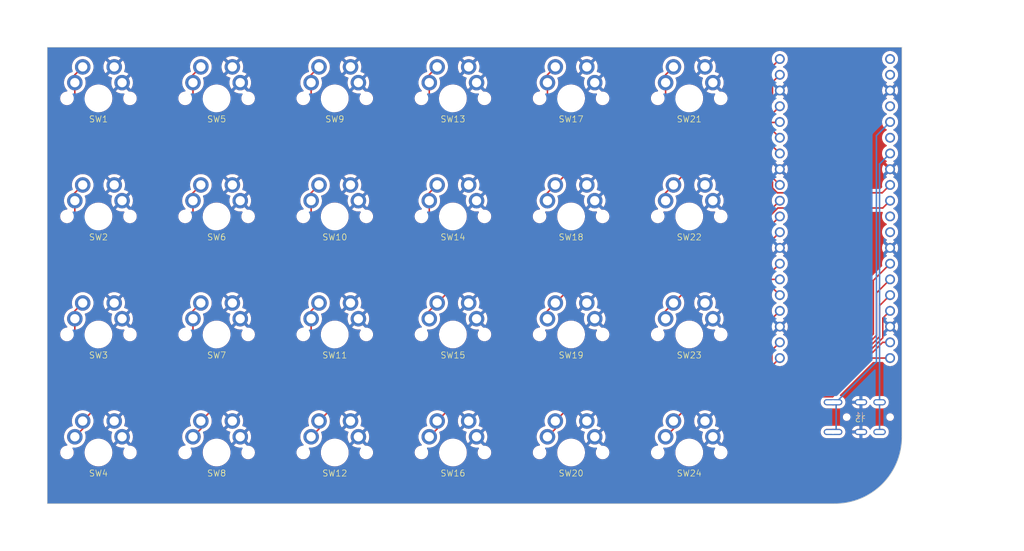
<source format=kicad_pcb>
(kicad_pcb (version 20221018) (generator pcbnew)
  (layers (0 "F.Cu" signal) (31 "B.Cu" signal) (34 "B.Paste" user) (35 "F.Paste" user) (36 "B.SilkS" user "B.Silkscreen") (37 "F.SilkS" user "F.Silkscreen") (38 "B.Mask" user) (39 "F.Mask" user) (44 "Edge.Cuts" user))
  (net 0 "")
  (net 6 "gnd")
  (net 7 "Switch1")
  (net 8 "Switch2")
  (net 9 "Switch3")
  (net 10 "Switch4")
  (net 11 "Switch5")
  (net 12 "Switch6")
  (net 13 "Switch7")
  (net 14 "Switch8")
  (net 15 "Switch9")
  (net 16 "Switch10")
  (net 17 "Switch11")
  (net 18 "Switch12")
  (net 19 "Switch13")
  (net 20 "Switch14")
  (net 21 "Switch15")
  (net 22 "Switch16")
  (net 23 "Switch17")
  (net 24 "Switch18")
  (net 25 "Switch19")
  (net 26 "Switch20")
  (net 27 "Switch21")
  (net 28 "Switch22")
  (net 29 "Switch23")
  (net 30 "Switch24")
  (net 31 "GP28")
  (net 32 "3v3")
  (footprint "Raspberry Pi:Cherry MX" (layer "F.Cu") (at 60.325 111.125)
    (fp_text reference "SW8" (at 0 3.35 unlocked) (layer "F.SilkS") (effects (font (thickness 0.1))))
    (fp_text value "~")
    (pad "" np_thru_hole circle (at -5.08 0) (size 1.7018 1.7018) (drill 1.7018) (layers "F&B.Cu" "*.Mask"))
    (pad "" np_thru_hole circle (at 0 0) (size 3.9878 3.9878) (drill 3.9878) (layers "F&B.Cu" "*.Mask"))
    (pad "" np_thru_hole circle (at 5.08 0) (size 1.7018 1.7018) (drill 1.7018) (layers "F&B.Cu" "*.Mask"))
    (pad "1" thru_hole circle (at -3.81 -2.54) (size 2.4986 2.4986) (drill 1.4986) (layers "*.Cu" "*.Mask") (net 14 "Switch8"))
    (pad "1" thru_hole circle (at -2.54 -5.08) (size 2.4986 2.4986) (drill 1.4986) (layers "*.Cu" "*.Mask") (net 14 "Switch8"))
    (pad "2" thru_hole circle (at 2.54 -5.08) (size 2.4986 2.4986) (drill 1.4986) (layers "*.Cu" "*.Mask") (net 6 "gnd"))
    (pad "2" thru_hole circle (at 3.81 -2.54) (size 2.4986 2.4986) (drill 1.4986) (layers "*.Cu" "*.Mask") (net 6 "gnd"))
  )
  (footprint "Raspberry Pi:Cherry MX" (layer "F.Cu") (at 117.475 92.075)
    (fp_text reference "SW19" (at 0 3.35 unlocked) (layer "F.SilkS") (effects (font (thickness 0.1))))
    (fp_text value "~")
    (pad "" np_thru_hole circle (at -5.08 0) (size 1.7018 1.7018) (drill 1.7018) (layers "F&B.Cu" "*.Mask"))
    (pad "" np_thru_hole circle (at 0 0) (size 3.9878 3.9878) (drill 3.9878) (layers "F&B.Cu" "*.Mask"))
    (pad "" np_thru_hole circle (at 5.08 0) (size 1.7018 1.7018) (drill 1.7018) (layers "F&B.Cu" "*.Mask"))
    (pad "1" thru_hole circle (at -3.81 -2.54) (size 2.4986 2.4986) (drill 1.4986) (layers "*.Cu" "*.Mask") (net 25 "Switch19"))
    (pad "1" thru_hole circle (at -2.54 -5.08) (size 2.4986 2.4986) (drill 1.4986) (layers "*.Cu" "*.Mask") (net 25 "Switch19"))
    (pad "2" thru_hole circle (at 2.54 -5.08) (size 2.4986 2.4986) (drill 1.4986) (layers "*.Cu" "*.Mask") (net 6 "gnd"))
    (pad "2" thru_hole circle (at 3.81 -2.54) (size 2.4986 2.4986) (drill 1.4986) (layers "*.Cu" "*.Mask") (net 6 "gnd"))
  )
  (footprint "Raspberry Pi:Cherry MX" (layer "F.Cu") (at 60.325 53.975)
    (fp_text reference "SW5" (at 0 3.35 unlocked) (layer "F.SilkS") (effects (font (thickness 0.1))))
    (fp_text value "~")
    (pad "" np_thru_hole circle (at -5.08 0) (size 1.7018 1.7018) (drill 1.7018) (layers "F&B.Cu" "*.Mask"))
    (pad "" np_thru_hole circle (at 0 0) (size 3.9878 3.9878) (drill 3.9878) (layers "F&B.Cu" "*.Mask"))
    (pad "" np_thru_hole circle (at 5.08 0) (size 1.7018 1.7018) (drill 1.7018) (layers "F&B.Cu" "*.Mask"))
    (pad "1" thru_hole circle (at -3.81 -2.54) (size 2.4986 2.4986) (drill 1.4986) (layers "*.Cu" "*.Mask") (net 11 "Switch5"))
    (pad "1" thru_hole circle (at -2.54 -5.08) (size 2.4986 2.4986) (drill 1.4986) (layers "*.Cu" "*.Mask") (net 11 "Switch5"))
    (pad "2" thru_hole circle (at 2.54 -5.08) (size 2.4986 2.4986) (drill 1.4986) (layers "*.Cu" "*.Mask") (net 6 "gnd"))
    (pad "2" thru_hole circle (at 3.81 -2.54) (size 2.4986 2.4986) (drill 1.4986) (layers "*.Cu" "*.Mask") (net 6 "gnd"))
  )
  (footprint "Raspberry Pi:Cherry MX" (layer "F.Cu") (at 136.525 111.125)
    (fp_text reference "SW24" (at 0 3.35 unlocked) (layer "F.SilkS") (effects (font (thickness 0.1))))
    (fp_text value "~")
    (pad "" np_thru_hole circle (at -5.08 0) (size 1.7018 1.7018) (drill 1.7018) (layers "F&B.Cu" "*.Mask"))
    (pad "" np_thru_hole circle (at 0 0) (size 3.9878 3.9878) (drill 3.9878) (layers "F&B.Cu" "*.Mask"))
    (pad "" np_thru_hole circle (at 5.08 0) (size 1.7018 1.7018) (drill 1.7018) (layers "F&B.Cu" "*.Mask"))
    (pad "1" thru_hole circle (at -3.81 -2.54) (size 2.4986 2.4986) (drill 1.4986) (layers "*.Cu" "*.Mask") (net 30 "Switch24"))
    (pad "1" thru_hole circle (at -2.54 -5.08) (size 2.4986 2.4986) (drill 1.4986) (layers "*.Cu" "*.Mask") (net 30 "Switch24"))
    (pad "2" thru_hole circle (at 2.54 -5.08) (size 2.4986 2.4986) (drill 1.4986) (layers "*.Cu" "*.Mask") (net 6 "gnd"))
    (pad "2" thru_hole circle (at 3.81 -2.54) (size 2.4986 2.4986) (drill 1.4986) (layers "*.Cu" "*.Mask") (net 6 "gnd"))
  )
  (footprint "Raspberry Pi:Cherry MX" (layer "F.Cu") (at 136.525 92.075)
    (fp_text reference "SW23" (at 0 3.35 unlocked) (layer "F.SilkS") (effects (font (thickness 0.1))))
    (fp_text value "~")
    (pad "" np_thru_hole circle (at -5.08 0) (size 1.7018 1.7018) (drill 1.7018) (layers "F&B.Cu" "*.Mask"))
    (pad "" np_thru_hole circle (at 0 0) (size 3.9878 3.9878) (drill 3.9878) (layers "F&B.Cu" "*.Mask"))
    (pad "" np_thru_hole circle (at 5.08 0) (size 1.7018 1.7018) (drill 1.7018) (layers "F&B.Cu" "*.Mask"))
    (pad "1" thru_hole circle (at -3.81 -2.54) (size 2.4986 2.4986) (drill 1.4986) (layers "*.Cu" "*.Mask") (net 29 "Switch23"))
    (pad "1" thru_hole circle (at -2.54 -5.08) (size 2.4986 2.4986) (drill 1.4986) (layers "*.Cu" "*.Mask") (net 29 "Switch23"))
    (pad "2" thru_hole circle (at 2.54 -5.08) (size 2.4986 2.4986) (drill 1.4986) (layers "*.Cu" "*.Mask") (net 6 "gnd"))
    (pad "2" thru_hole circle (at 3.81 -2.54) (size 2.4986 2.4986) (drill 1.4986) (layers "*.Cu" "*.Mask") (net 6 "gnd"))
  )
  (footprint "Raspberry Pi:Cherry MX" (layer "F.Cu") (at 98.425 53.975)
    (fp_text reference "SW13" (at 0 3.35 unlocked) (layer "F.SilkS") (effects (font (thickness 0.1))))
    (fp_text value "~")
    (pad "" np_thru_hole circle (at -5.08 0) (size 1.7018 1.7018) (drill 1.7018) (layers "F&B.Cu" "*.Mask"))
    (pad "" np_thru_hole circle (at 0 0) (size 3.9878 3.9878) (drill 3.9878) (layers "F&B.Cu" "*.Mask"))
    (pad "" np_thru_hole circle (at 5.08 0) (size 1.7018 1.7018) (drill 1.7018) (layers "F&B.Cu" "*.Mask"))
    (pad "1" thru_hole circle (at -3.81 -2.54) (size 2.4986 2.4986) (drill 1.4986) (layers "*.Cu" "*.Mask") (net 19 "Switch13"))
    (pad "1" thru_hole circle (at -2.54 -5.08) (size 2.4986 2.4986) (drill 1.4986) (layers "*.Cu" "*.Mask") (net 19 "Switch13"))
    (pad "2" thru_hole circle (at 2.54 -5.08) (size 2.4986 2.4986) (drill 1.4986) (layers "*.Cu" "*.Mask") (net 6 "gnd"))
    (pad "2" thru_hole circle (at 3.81 -2.54) (size 2.4986 2.4986) (drill 1.4986) (layers "*.Cu" "*.Mask") (net 6 "gnd"))
  )
  (footprint "Raspberry Pi:Cherry MX" (layer "F.Cu") (at 60.325 73.025)
    (fp_text reference "SW6" (at 0 3.35 unlocked) (layer "F.SilkS") (effects (font (thickness 0.1))))
    (fp_text value "~")
    (pad "" np_thru_hole circle (at -5.08 0) (size 1.7018 1.7018) (drill 1.7018) (layers "F&B.Cu" "*.Mask"))
    (pad "" np_thru_hole circle (at 0 0) (size 3.9878 3.9878) (drill 3.9878) (layers "F&B.Cu" "*.Mask"))
    (pad "" np_thru_hole circle (at 5.08 0) (size 1.7018 1.7018) (drill 1.7018) (layers "F&B.Cu" "*.Mask"))
    (pad "1" thru_hole circle (at -3.81 -2.54) (size 2.4986 2.4986) (drill 1.4986) (layers "*.Cu" "*.Mask") (net 12 "Switch6"))
    (pad "1" thru_hole circle (at -2.54 -5.08) (size 2.4986 2.4986) (drill 1.4986) (layers "*.Cu" "*.Mask") (net 12 "Switch6"))
    (pad "2" thru_hole circle (at 2.54 -5.08) (size 2.4986 2.4986) (drill 1.4986) (layers "*.Cu" "*.Mask") (net 6 "gnd"))
    (pad "2" thru_hole circle (at 3.81 -2.54) (size 2.4986 2.4986) (drill 1.4986) (layers "*.Cu" "*.Mask") (net 6 "gnd"))
  )
  (footprint "Raspberry Pi:Cherry MX" (layer "F.Cu") (at 98.425 111.125)
    (fp_text reference "SW16" (at 0 3.35 unlocked) (layer "F.SilkS") (effects (font (thickness 0.1))))
    (fp_text value "~")
    (pad "" np_thru_hole circle (at -5.08 0) (size 1.7018 1.7018) (drill 1.7018) (layers "F&B.Cu" "*.Mask"))
    (pad "" np_thru_hole circle (at 0 0) (size 3.9878 3.9878) (drill 3.9878) (layers "F&B.Cu" "*.Mask"))
    (pad "" np_thru_hole circle (at 5.08 0) (size 1.7018 1.7018) (drill 1.7018) (layers "F&B.Cu" "*.Mask"))
    (pad "1" thru_hole circle (at -3.81 -2.54) (size 2.4986 2.4986) (drill 1.4986) (layers "*.Cu" "*.Mask") (net 22 "Switch16"))
    (pad "1" thru_hole circle (at -2.54 -5.08) (size 2.4986 2.4986) (drill 1.4986) (layers "*.Cu" "*.Mask") (net 22 "Switch16"))
    (pad "2" thru_hole circle (at 2.54 -5.08) (size 2.4986 2.4986) (drill 1.4986) (layers "*.Cu" "*.Mask") (net 6 "gnd"))
    (pad "2" thru_hole circle (at 3.81 -2.54) (size 2.4986 2.4986) (drill 1.4986) (layers "*.Cu" "*.Mask") (net 6 "gnd"))
  )
  (footprint "Raspberry Pi:Cherry MX" (layer "F.Cu") (at 41.275 92.075)
    (fp_text reference "SW3" (at 0 3.35 unlocked) (layer "F.SilkS") (effects (font (thickness 0.1))))
    (fp_text value "~")
    (pad "" np_thru_hole circle (at -5.08 0) (size 1.7018 1.7018) (drill 1.7018) (layers "F&B.Cu" "*.Mask"))
    (pad "" np_thru_hole circle (at 0 0) (size 3.9878 3.9878) (drill 3.9878) (layers "F&B.Cu" "*.Mask"))
    (pad "" np_thru_hole circle (at 5.08 0) (size 1.7018 1.7018) (drill 1.7018) (layers "F&B.Cu" "*.Mask"))
    (pad "1" thru_hole circle (at -3.81 -2.54) (size 2.4986 2.4986) (drill 1.4986) (layers "*.Cu" "*.Mask") (net 9 "Switch3"))
    (pad "1" thru_hole circle (at -2.54 -5.08) (size 2.4986 2.4986) (drill 1.4986) (layers "*.Cu" "*.Mask") (net 9 "Switch3"))
    (pad "2" thru_hole circle (at 2.54 -5.08) (size 2.4986 2.4986) (drill 1.4986) (layers "*.Cu" "*.Mask") (net 6 "gnd"))
    (pad "2" thru_hole circle (at 3.81 -2.54) (size 2.4986 2.4986) (drill 1.4986) (layers "*.Cu" "*.Mask") (net 6 "gnd"))
  )
  (footprint "Raspberry Pi:Cherry MX" (layer "F.Cu") (at 98.425 73.025)
    (fp_text reference "SW14" (at 0 3.35 unlocked) (layer "F.SilkS") (effects (font (thickness 0.1))))
    (fp_text value "~")
    (pad "" np_thru_hole circle (at -5.08 0) (size 1.7018 1.7018) (drill 1.7018) (layers "F&B.Cu" "*.Mask"))
    (pad "" np_thru_hole circle (at 0 0) (size 3.9878 3.9878) (drill 3.9878) (layers "F&B.Cu" "*.Mask"))
    (pad "" np_thru_hole circle (at 5.08 0) (size 1.7018 1.7018) (drill 1.7018) (layers "F&B.Cu" "*.Mask"))
    (pad "1" thru_hole circle (at -3.81 -2.54) (size 2.4986 2.4986) (drill 1.4986) (layers "*.Cu" "*.Mask") (net 20 "Switch14"))
    (pad "1" thru_hole circle (at -2.54 -5.08) (size 2.4986 2.4986) (drill 1.4986) (layers "*.Cu" "*.Mask") (net 20 "Switch14"))
    (pad "2" thru_hole circle (at 2.54 -5.08) (size 2.4986 2.4986) (drill 1.4986) (layers "*.Cu" "*.Mask") (net 6 "gnd"))
    (pad "2" thru_hole circle (at 3.81 -2.54) (size 2.4986 2.4986) (drill 1.4986) (layers "*.Cu" "*.Mask") (net 6 "gnd"))
  )
  (footprint "Raspberry Pi:Cherry MX" (layer "F.Cu") (at 79.375 111.125)
    (fp_text reference "SW12" (at 0 3.35 unlocked) (layer "F.SilkS") (effects (font (thickness 0.1))))
    (fp_text value "~")
    (pad "" np_thru_hole circle (at -5.08 0) (size 1.7018 1.7018) (drill 1.7018) (layers "F&B.Cu" "*.Mask"))
    (pad "" np_thru_hole circle (at 0 0) (size 3.9878 3.9878) (drill 3.9878) (layers "F&B.Cu" "*.Mask"))
    (pad "" np_thru_hole circle (at 5.08 0) (size 1.7018 1.7018) (drill 1.7018) (layers "F&B.Cu" "*.Mask"))
    (pad "1" thru_hole circle (at -3.81 -2.54) (size 2.4986 2.4986) (drill 1.4986) (layers "*.Cu" "*.Mask") (net 18 "Switch12"))
    (pad "1" thru_hole circle (at -2.54 -5.08) (size 2.4986 2.4986) (drill 1.4986) (layers "*.Cu" "*.Mask") (net 18 "Switch12"))
    (pad "2" thru_hole circle (at 2.54 -5.08) (size 2.4986 2.4986) (drill 1.4986) (layers "*.Cu" "*.Mask") (net 6 "gnd"))
    (pad "2" thru_hole circle (at 3.81 -2.54) (size 2.4986 2.4986) (drill 1.4986) (layers "*.Cu" "*.Mask") (net 6 "gnd"))
  )
  (footprint "Raspberry Pi:Cherry MX" (layer "F.Cu") (at 98.425 92.075)
    (fp_text reference "SW15" (at 0 3.35 unlocked) (layer "F.SilkS") (effects (font (thickness 0.1))))
    (fp_text value "~")
    (pad "" np_thru_hole circle (at -5.08 0) (size 1.7018 1.7018) (drill 1.7018) (layers "F&B.Cu" "*.Mask"))
    (pad "" np_thru_hole circle (at 0 0) (size 3.9878 3.9878) (drill 3.9878) (layers "F&B.Cu" "*.Mask"))
    (pad "" np_thru_hole circle (at 5.08 0) (size 1.7018 1.7018) (drill 1.7018) (layers "F&B.Cu" "*.Mask"))
    (pad "1" thru_hole circle (at -3.81 -2.54) (size 2.4986 2.4986) (drill 1.4986) (layers "*.Cu" "*.Mask") (net 21 "Switch15"))
    (pad "1" thru_hole circle (at -2.54 -5.08) (size 2.4986 2.4986) (drill 1.4986) (layers "*.Cu" "*.Mask") (net 21 "Switch15"))
    (pad "2" thru_hole circle (at 2.54 -5.08) (size 2.4986 2.4986) (drill 1.4986) (layers "*.Cu" "*.Mask") (net 6 "gnd"))
    (pad "2" thru_hole circle (at 3.81 -2.54) (size 2.4986 2.4986) (drill 1.4986) (layers "*.Cu" "*.Mask") (net 6 "gnd"))
  )
  (footprint "Raspberry Pi:Cherry MX" (layer "F.Cu") (at 136.525 53.975)
    (fp_text reference "SW21" (at 0 3.35 unlocked) (layer "F.SilkS") (effects (font (thickness 0.1))))
    (fp_text value "~")
    (pad "" np_thru_hole circle (at -5.08 0) (size 1.7018 1.7018) (drill 1.7018) (layers "F&B.Cu" "*.Mask"))
    (pad "" np_thru_hole circle (at 0 0) (size 3.9878 3.9878) (drill 3.9878) (layers "F&B.Cu" "*.Mask"))
    (pad "" np_thru_hole circle (at 5.08 0) (size 1.7018 1.7018) (drill 1.7018) (layers "F&B.Cu" "*.Mask"))
    (pad "1" thru_hole circle (at -3.81 -2.54) (size 2.4986 2.4986) (drill 1.4986) (layers "*.Cu" "*.Mask") (net 27 "Switch21"))
    (pad "1" thru_hole circle (at -2.54 -5.08) (size 2.4986 2.4986) (drill 1.4986) (layers "*.Cu" "*.Mask") (net 27 "Switch21"))
    (pad "2" thru_hole circle (at 2.54 -5.08) (size 2.4986 2.4986) (drill 1.4986) (layers "*.Cu" "*.Mask") (net 6 "gnd"))
    (pad "2" thru_hole circle (at 3.81 -2.54) (size 2.4986 2.4986) (drill 1.4986) (layers "*.Cu" "*.Mask") (net 6 "gnd"))
  )
  (footprint "Raspberry Pi:Cherry MX" (layer "F.Cu") (at 41.275 53.975)
    (fp_text reference "SW1" (at 0 3.35 unlocked) (layer "F.SilkS") (effects (font (thickness 0.1))))
    (fp_text value "~")
    (pad "" np_thru_hole circle (at -5.08 0) (size 1.7018 1.7018) (drill 1.7018) (layers "F&B.Cu" "*.Mask"))
    (pad "" np_thru_hole circle (at 0 0) (size 3.9878 3.9878) (drill 3.9878) (layers "F&B.Cu" "*.Mask"))
    (pad "" np_thru_hole circle (at 5.08 0) (size 1.7018 1.7018) (drill 1.7018) (layers "F&B.Cu" "*.Mask"))
    (pad "1" thru_hole circle (at -3.81 -2.54) (size 2.4986 2.4986) (drill 1.4986) (layers "*.Cu" "*.Mask") (net 7 "Switch1"))
    (pad "1" thru_hole circle (at -2.54 -5.08) (size 2.4986 2.4986) (drill 1.4986) (layers "*.Cu" "*.Mask") (net 7 "Switch1"))
    (pad "2" thru_hole circle (at 2.54 -5.08) (size 2.4986 2.4986) (drill 1.4986) (layers "*.Cu" "*.Mask") (net 6 "gnd"))
    (pad "2" thru_hole circle (at 3.81 -2.54) (size 2.4986 2.4986) (drill 1.4986) (layers "*.Cu" "*.Mask") (net 6 "gnd"))
  )
  (footprint "Raspberry Pi:Cherry MX" (layer "F.Cu") (at 41.275 111.125)
    (fp_text reference "SW4" (at 0 3.35 unlocked) (layer "F.SilkS") (effects (font (thickness 0.1))))
    (fp_text value "~")
    (pad "" np_thru_hole circle (at -5.08 0) (size 1.7018 1.7018) (drill 1.7018) (layers "F&B.Cu" "*.Mask"))
    (pad "" np_thru_hole circle (at 0 0) (size 3.9878 3.9878) (drill 3.9878) (layers "F&B.Cu" "*.Mask"))
    (pad "" np_thru_hole circle (at 5.08 0) (size 1.7018 1.7018) (drill 1.7018) (layers "F&B.Cu" "*.Mask"))
    (pad "1" thru_hole circle (at -3.81 -2.54) (size 2.4986 2.4986) (drill 1.4986) (layers "*.Cu" "*.Mask") (net 10 "Switch4"))
    (pad "1" thru_hole circle (at -2.54 -5.08) (size 2.4986 2.4986) (drill 1.4986) (layers "*.Cu" "*.Mask") (net 10 "Switch4"))
    (pad "2" thru_hole circle (at 2.54 -5.08) (size 2.4986 2.4986) (drill 1.4986) (layers "*.Cu" "*.Mask") (net 6 "gnd"))
    (pad "2" thru_hole circle (at 3.81 -2.54) (size 2.4986 2.4986) (drill 1.4986) (layers "*.Cu" "*.Mask") (net 6 "gnd"))
  )
  (footprint "Raspberry Pi:Cherry MX" (layer "F.Cu") (at 117.475 73.025)
    (fp_text reference "SW18" (at 0 3.35 unlocked) (layer "F.SilkS") (effects (font (thickness 0.1))))
    (fp_text value "~")
    (pad "" np_thru_hole circle (at -5.08 0) (size 1.7018 1.7018) (drill 1.7018) (layers "F&B.Cu" "*.Mask"))
    (pad "" np_thru_hole circle (at 0 0) (size 3.9878 3.9878) (drill 3.9878) (layers "F&B.Cu" "*.Mask"))
    (pad "" np_thru_hole circle (at 5.08 0) (size 1.7018 1.7018) (drill 1.7018) (layers "F&B.Cu" "*.Mask"))
    (pad "1" thru_hole circle (at -3.81 -2.54) (size 2.4986 2.4986) (drill 1.4986) (layers "*.Cu" "*.Mask") (net 24 "Switch18"))
    (pad "1" thru_hole circle (at -2.54 -5.08) (size 2.4986 2.4986) (drill 1.4986) (layers "*.Cu" "*.Mask") (net 24 "Switch18"))
    (pad "2" thru_hole circle (at 2.54 -5.08) (size 2.4986 2.4986) (drill 1.4986) (layers "*.Cu" "*.Mask") (net 6 "gnd"))
    (pad "2" thru_hole circle (at 3.81 -2.54) (size 2.4986 2.4986) (drill 1.4986) (layers "*.Cu" "*.Mask") (net 6 "gnd"))
  )
  (footprint "Raspberry Pi:Raspberry Pi Pico" (layer "F.Cu") (at 149.52 46.255)
    (fp_text reference "U1" hide)
    (fp_text value "Raspberry Pi Pico")
    (pad "1" thru_hole circle (at 1.61 1.37) (size 1.6 1.6) (drill 1.08) (layers "*.Cu" "*.Mask") (net 27 "Switch21"))
    (pad "2" thru_hole circle (at 1.61 3.91) (size 1.6 1.6) (drill 1.08) (layers "*.Cu" "*.Mask") (net 23 "Switch17"))
    (pad "3" thru_hole circle (at 1.61 6.45) (size 1.6 1.6) (drill 1.08) (layers "*.Cu" "*.Mask") (net 6 "gnd"))
    (pad "4" thru_hole circle (at 1.61 8.99) (size 1.6 1.6) (drill 1.08) (layers "*.Cu" "*.Mask") (net 19 "Switch13"))
    (pad "5" thru_hole circle (at 1.61 11.53) (size 1.6 1.6) (drill 1.08) (layers "*.Cu" "*.Mask") (net 15 "Switch9"))
    (pad "6" thru_hole circle (at 1.61 14.07) (size 1.6 1.6) (drill 1.08) (layers "*.Cu" "*.Mask") (net 11 "Switch5"))
    (pad "7" thru_hole circle (at 1.61 16.61) (size 1.6 1.6) (drill 1.08) (layers "*.Cu" "*.Mask") (net 7 "Switch1"))
    (pad "8" thru_hole circle (at 1.61 19.15) (size 1.6 1.6) (drill 1.08) (layers "*.Cu" "*.Mask") (net 6 "gnd"))
    (pad "9" thru_hole circle (at 1.61 21.69) (size 1.6 1.6) (drill 1.08) (layers "*.Cu" "*.Mask") (net 24 "Switch18"))
    (pad "10" thru_hole circle (at 1.61 24.23) (size 1.6 1.6) (drill 1.08) (layers "*.Cu" "*.Mask") (net 20 "Switch14"))
    (pad "11" thru_hole circle (at 1.61 26.77) (size 1.6 1.6) (drill 1.08) (layers "*.Cu" "*.Mask") (net 12 "Switch6"))
    (pad "12" thru_hole circle (at 1.61 29.31) (size 1.6 1.6) (drill 1.08) (layers "*.Cu" "*.Mask") (net 8 "Switch2"))
    (pad "13" thru_hole circle (at 1.61 31.85) (size 1.6 1.6) (drill 1.08) (layers "*.Cu" "*.Mask") (net 6 "gnd"))
    (pad "14" thru_hole circle (at 1.61 34.39) (size 1.6 1.6) (drill 1.08) (layers "*.Cu" "*.Mask") (net 21 "Switch15"))
    (pad "15" thru_hole circle (at 1.61 36.93) (size 1.6 1.6) (drill 1.08) (layers "*.Cu" "*.Mask") (net 25 "Switch19"))
    (pad "16" thru_hole circle (at 1.61 39.47) (size 1.6 1.6) (drill 1.08) (layers "*.Cu" "*.Mask") (net 29 "Switch23"))
    (pad "17" thru_hole circle (at 1.61 42.01) (size 1.6 1.6) (drill 1.08) (layers "*.Cu" "*.Mask") (net 17 "Switch11"))
    (pad "18" thru_hole circle (at 1.61 44.55) (size 1.6 1.6) (drill 1.08) (layers "*.Cu" "*.Mask") (net 6 "gnd"))
    (pad "19" thru_hole circle (at 1.61 47.09) (size 1.6 1.6) (drill 1.08) (layers "*.Cu" "*.Mask") (net 13 "Switch7"))
    (pad "20" thru_hole circle (at 1.61 49.63) (size 1.6 1.6) (drill 1.08) (layers "*.Cu" "*.Mask") (net 9 "Switch3"))
    (pad "21" thru_hole circle (at 19.39 49.63) (size 1.6 1.6) (drill 1.08) (layers "*.Cu" "*.Mask") (net 30 "Switch24"))
    (pad "22" thru_hole circle (at 19.39 47.09) (size 1.6 1.6) (drill 1.08) (layers "*.Cu" "*.Mask") (net 26 "Switch20"))
    (pad "23" thru_hole circle (at 19.39 44.55) (size 1.6 1.6) (drill 1.08) (layers "*.Cu" "*.Mask") (net 6 "gnd"))
    (pad "24" thru_hole circle (at 19.39 42.01) (size 1.6 1.6) (drill 1.08) (layers "*.Cu" "*.Mask") (net 22 "Switch16"))
    (pad "25" thru_hole circle (at 19.39 39.47) (size 1.6 1.6) (drill 1.08) (layers "*.Cu" "*.Mask") (net 18 "Switch12"))
    (pad "26" thru_hole circle (at 19.39 36.93) (size 1.6 1.6) (drill 1.08) (layers "*.Cu" "*.Mask") (net 14 "Switch8"))
    (pad "27" thru_hole circle (at 19.39 34.39) (size 1.6 1.6) (drill 1.08) (layers "*.Cu" "*.Mask") (net 10 "Switch4"))
    (pad "28" thru_hole circle (at 19.39 31.85) (size 1.6 1.6) (drill 1.08) (layers "*.Cu" "*.Mask") (net 6 "gnd"))
    (pad "29" thru_hole circle (at 19.39 29.31) (size 1.6 1.6) (drill 1.08) (layers "*.Cu" "*.Mask"))
    (pad "30" thru_hole circle (at 19.39 26.77) (size 1.6 1.6) (drill 1.08) (layers "*.Cu" "*.Mask"))
    (pad "31" thru_hole circle (at 19.39 24.23) (size 1.6 1.6) (drill 1.08) (layers "*.Cu" "*.Mask") (net 16 "Switch10"))
    (pad "32" thru_hole circle (at 19.39 21.69) (size 1.6 1.6) (drill 1.08) (layers "*.Cu" "*.Mask") (net 28 "Switch22"))
    (pad "33" thru_hole circle (at 19.39 19.15) (size 1.6 1.6) (drill 1.08) (layers "*.Cu" "*.Mask") (net 6 "gnd"))
    (pad "34" thru_hole circle (at 19.39 16.61) (size 1.6 1.6) (drill 1.08) (layers "*.Cu" "*.Mask") (net 31 "GP28"))
    (pad "35" thru_hole circle (at 19.39 14.07) (size 1.6 1.6) (drill 1.08) (layers "*.Cu" "*.Mask"))
    (pad "36" thru_hole circle (at 19.39 11.53) (size 1.6 1.6) (drill 1.08) (layers "*.Cu" "*.Mask") (net 32 "3v3"))
    (pad "37" thru_hole circle (at 19.39 8.99) (size 1.6 1.6) (drill 1.08) (layers "*.Cu" "*.Mask"))
    (pad "38" thru_hole circle (at 19.39 6.45) (size 1.6 1.6) (drill 1.08) (layers "*.Cu" "*.Mask") (net 6 "gnd"))
    (pad "39" thru_hole circle (at 19.39 3.91) (size 1.6 1.6) (drill 1.08) (layers "*.Cu" "*.Mask"))
    (pad "40" thru_hole circle (at 19.39 1.37) (size 1.6 1.6) (drill 1.08) (layers "*.Cu" "*.Mask"))
  )
  (footprint "Raspberry Pi:Cherry MX" (layer "F.Cu") (at 60.325 92.075)
    (fp_text reference "SW7" (at 0 3.35 unlocked) (layer "F.SilkS") (effects (font (thickness 0.1))))
    (fp_text value "~")
    (pad "" np_thru_hole circle (at -5.08 0) (size 1.7018 1.7018) (drill 1.7018) (layers "F&B.Cu" "*.Mask"))
    (pad "" np_thru_hole circle (at 0 0) (size 3.9878 3.9878) (drill 3.9878) (layers "F&B.Cu" "*.Mask"))
    (pad "" np_thru_hole circle (at 5.08 0) (size 1.7018 1.7018) (drill 1.7018) (layers "F&B.Cu" "*.Mask"))
    (pad "1" thru_hole circle (at -3.81 -2.54) (size 2.4986 2.4986) (drill 1.4986) (layers "*.Cu" "*.Mask") (net 13 "Switch7"))
    (pad "1" thru_hole circle (at -2.54 -5.08) (size 2.4986 2.4986) (drill 1.4986) (layers "*.Cu" "*.Mask") (net 13 "Switch7"))
    (pad "2" thru_hole circle (at 2.54 -5.08) (size 2.4986 2.4986) (drill 1.4986) (layers "*.Cu" "*.Mask") (net 6 "gnd"))
    (pad "2" thru_hole circle (at 3.81 -2.54) (size 2.4986 2.4986) (drill 1.4986) (layers "*.Cu" "*.Mask") (net 6 "gnd"))
  )
  (footprint "Raspberry Pi:Cherry MX" (layer "F.Cu") (at 136.525 73.025)
    (fp_text reference "SW22" (at 0 3.35 unlocked) (layer "F.SilkS") (effects (font (thickness 0.1))))
    (fp_text value "~")
    (pad "" np_thru_hole circle (at -5.08 0) (size 1.7018 1.7018) (drill 1.7018) (layers "F&B.Cu" "*.Mask"))
    (pad "" np_thru_hole circle (at 0 0) (size 3.9878 3.9878) (drill 3.9878) (layers "F&B.Cu" "*.Mask"))
    (pad "" np_thru_hole circle (at 5.08 0) (size 1.7018 1.7018) (drill 1.7018) (layers "F&B.Cu" "*.Mask"))
    (pad "1" thru_hole circle (at -3.81 -2.54) (size 2.4986 2.4986) (drill 1.4986) (layers "*.Cu" "*.Mask") (net 28 "Switch22"))
    (pad "1" thru_hole circle (at -2.54 -5.08) (size 2.4986 2.4986) (drill 1.4986) (layers "*.Cu" "*.Mask") (net 28 "Switch22"))
    (pad "2" thru_hole circle (at 2.54 -5.08) (size 2.4986 2.4986) (drill 1.4986) (layers "*.Cu" "*.Mask") (net 6 "gnd"))
    (pad "2" thru_hole circle (at 3.81 -2.54) (size 2.4986 2.4986) (drill 1.4986) (layers "*.Cu" "*.Mask") (net 6 "gnd"))
  )
  (footprint "Raspberry Pi:PJ-320A" (layer "F.Cu") (at 164.11 105.41 180)
    (fp_text reference "J2" (at 0 -0.23 180 unlocked) (layer "F.SilkS") (effects (font (thickness 0.1))))
    (fp_text value "PJ-320A")
    (pad "2" thru_hole oval (at -3.1 -2.4 180) (size 2 1) (drill oval 1.6 0.6) (layers "*.Cu" "*.Mask") (net 31 "GP28"))
    (pad "3" thru_hole oval (at -0.1 -2.4 180) (size 2 1) (drill oval 1.6 0.6) (layers "*.Cu" "*.Mask") (net 6 "gnd"))
    (pad "4" thru_hole oval (at 3.9 -2.4 180) (size 2 1) (drill oval 1.6 0.6) (layers "*.Cu" "*.Mask") (net 32 "3v3"))
    (pad "5" thru_hole oval (at 4.9 2.4 180) (size 2 1) (drill oval 1.6 0.6) (layers "*.Cu" "*.Mask") (net 32 "3v3"))
  )
  (footprint "Raspberry Pi:Cherry MX" (layer "F.Cu") (at 117.475 53.975)
    (fp_text reference "SW17" (at 0 3.35 unlocked) (layer "F.SilkS") (effects (font (thickness 0.1))))
    (fp_text value "~")
    (pad "" np_thru_hole circle (at -5.08 0) (size 1.7018 1.7018) (drill 1.7018) (layers "F&B.Cu" "*.Mask"))
    (pad "" np_thru_hole circle (at 0 0) (size 3.9878 3.9878) (drill 3.9878) (layers "F&B.Cu" "*.Mask"))
    (pad "" np_thru_hole circle (at 5.08 0) (size 1.7018 1.7018) (drill 1.7018) (layers "F&B.Cu" "*.Mask"))
    (pad "1" thru_hole circle (at -3.81 -2.54) (size 2.4986 2.4986) (drill 1.4986) (layers "*.Cu" "*.Mask") (net 23 "Switch17"))
    (pad "1" thru_hole circle (at -2.54 -5.08) (size 2.4986 2.4986) (drill 1.4986) (layers "*.Cu" "*.Mask") (net 23 "Switch17"))
    (pad "2" thru_hole circle (at 2.54 -5.08) (size 2.4986 2.4986) (drill 1.4986) (layers "*.Cu" "*.Mask") (net 6 "gnd"))
    (pad "2" thru_hole circle (at 3.81 -2.54) (size 2.4986 2.4986) (drill 1.4986) (layers "*.Cu" "*.Mask") (net 6 "gnd"))
  )
  (footprint "Raspberry Pi:Cherry MX" (layer "F.Cu") (at 79.375 73.025)
    (fp_text reference "SW10" (at 0 3.35 unlocked) (layer "F.SilkS") (effects (font (thickness 0.1))))
    (fp_text value "~")
    (pad "" np_thru_hole circle (at -5.08 0) (size 1.7018 1.7018) (drill 1.7018) (layers "F&B.Cu" "*.Mask"))
    (pad "" np_thru_hole circle (at 0 0) (size 3.9878 3.9878) (drill 3.9878) (layers "F&B.Cu" "*.Mask"))
    (pad "" np_thru_hole circle (at 5.08 0) (size 1.7018 1.7018) (drill 1.7018) (layers "F&B.Cu" "*.Mask"))
    (pad "1" thru_hole circle (at -3.81 -2.54) (size 2.4986 2.4986) (drill 1.4986) (layers "*.Cu" "*.Mask") (net 16 "Switch10"))
    (pad "1" thru_hole circle (at -2.54 -5.08) (size 2.4986 2.4986) (drill 1.4986) (layers "*.Cu" "*.Mask") (net 16 "Switch10"))
    (pad "2" thru_hole circle (at 2.54 -5.08) (size 2.4986 2.4986) (drill 1.4986) (layers "*.Cu" "*.Mask") (net 6 "gnd"))
    (pad "2" thru_hole circle (at 3.81 -2.54) (size 2.4986 2.4986) (drill 1.4986) (layers "*.Cu" "*.Mask") (net 6 "gnd"))
  )
  (footprint "Raspberry Pi:Cherry MX" (layer "F.Cu") (at 79.375 53.975)
    (fp_text reference "SW9" (at 0 3.35 unlocked) (layer "F.SilkS") (effects (font (thickness 0.1))))
    (fp_text value "~")
    (pad "" np_thru_hole circle (at -5.08 0) (size 1.7018 1.7018) (drill 1.7018) (layers "F&B.Cu" "*.Mask"))
    (pad "" np_thru_hole circle (at 0 0) (size 3.9878 3.9878) (drill 3.9878) (layers "F&B.Cu" "*.Mask"))
    (pad "" np_thru_hole circle (at 5.08 0) (size 1.7018 1.7018) (drill 1.7018) (layers "F&B.Cu" "*.Mask"))
    (pad "1" thru_hole circle (at -3.81 -2.54) (size 2.4986 2.4986) (drill 1.4986) (layers "*.Cu" "*.Mask") (net 15 "Switch9"))
    (pad "1" thru_hole circle (at -2.54 -5.08) (size 2.4986 2.4986) (drill 1.4986) (layers "*.Cu" "*.Mask") (net 15 "Switch9"))
    (pad "2" thru_hole circle (at 2.54 -5.08) (size 2.4986 2.4986) (drill 1.4986) (layers "*.Cu" "*.Mask") (net 6 "gnd"))
    (pad "2" thru_hole circle (at 3.81 -2.54) (size 2.4986 2.4986) (drill 1.4986) (layers "*.Cu" "*.Mask") (net 6 "gnd"))
  )
  (footprint "Raspberry Pi:Cherry MX" (layer "F.Cu") (at 79.375 92.075)
    (fp_text reference "SW11" (at 0 3.35 unlocked) (layer "F.SilkS") (effects (font (thickness 0.1))))
    (fp_text value "~")
    (pad "" np_thru_hole circle (at -5.08 0) (size 1.7018 1.7018) (drill 1.7018) (layers "F&B.Cu" "*.Mask"))
    (pad "" np_thru_hole circle (at 0 0) (size 3.9878 3.9878) (drill 3.9878) (layers "F&B.Cu" "*.Mask"))
    (pad "" np_thru_hole circle (at 5.08 0) (size 1.7018 1.7018) (drill 1.7018) (layers "F&B.Cu" "*.Mask"))
    (pad "1" thru_hole circle (at -3.81 -2.54) (size 2.4986 2.4986) (drill 1.4986) (layers "*.Cu" "*.Mask") (net 17 "Switch11"))
    (pad "1" thru_hole circle (at -2.54 -5.08) (size 2.4986 2.4986) (drill 1.4986) (layers "*.Cu" "*.Mask") (net 17 "Switch11"))
    (pad "2" thru_hole circle (at 2.54 -5.08) (size 2.4986 2.4986) (drill 1.4986) (layers "*.Cu" "*.Mask") (net 6 "gnd"))
    (pad "2" thru_hole circle (at 3.81 -2.54) (size 2.4986 2.4986) (drill 1.4986) (layers "*.Cu" "*.Mask") (net 6 "gnd"))
  )
  (footprint "Raspberry Pi:Cherry MX" (layer "F.Cu") (at 117.475 111.125)
    (fp_text reference "SW20" (at 0 3.35 unlocked) (layer "F.SilkS") (effects (font (thickness 0.1))))
    (fp_text value "~")
    (pad "" np_thru_hole circle (at -5.08 0) (size 1.7018 1.7018) (drill 1.7018) (layers "F&B.Cu" "*.Mask"))
    (pad "" np_thru_hole circle (at 0 0) (size 3.9878 3.9878) (drill 3.9878) (layers "F&B.Cu" "*.Mask"))
    (pad "" np_thru_hole circle (at 5.08 0) (size 1.7018 1.7018) (drill 1.7018) (layers "F&B.Cu" "*.Mask"))
    (pad "1" thru_hole circle (at -3.81 -2.54) (size 2.4986 2.4986) (drill 1.4986) (layers "*.Cu" "*.Mask") (net 26 "Switch20"))
    (pad "1" thru_hole circle (at -2.54 -5.08) (size 2.4986 2.4986) (drill 1.4986) (layers "*.Cu" "*.Mask") (net 26 "Switch20"))
    (pad "2" thru_hole circle (at 2.54 -5.08) (size 2.4986 2.4986) (drill 1.4986) (layers "*.Cu" "*.Mask") (net 6 "gnd"))
    (pad "2" thru_hole circle (at 3.81 -2.54) (size 2.4986 2.4986) (drill 1.4986) (layers "*.Cu" "*.Mask") (net 6 "gnd"))
  )
  (footprint "Raspberry Pi:Cherry MX" (layer "F.Cu") (at 41.275 73.025)
    (fp_text reference "SW2" (at 0 3.35 unlocked) (layer "F.SilkS") (effects (font (thickness 0.1))))
    (fp_text value "~")
    (pad "" np_thru_hole circle (at -5.08 0) (size 1.7018 1.7018) (drill 1.7018) (layers "F&B.Cu" "*.Mask"))
    (pad "" np_thru_hole circle (at 0 0) (size 3.9878 3.9878) (drill 3.9878) (layers "F&B.Cu" "*.Mask"))
    (pad "" np_thru_hole circle (at 5.08 0) (size 1.7018 1.7018) (drill 1.7018) (layers "F&B.Cu" "*.Mask"))
    (pad "1" thru_hole circle (at -3.81 -2.54) (size 2.4986 2.4986) (drill 1.4986) (layers "*.Cu" "*.Mask") (net 8 "Switch2"))
    (pad "1" thru_hole circle (at -2.54 -5.08) (size 2.4986 2.4986) (drill 1.4986) (layers "*.Cu" "*.Mask") (net 8 "Switch2"))
    (pad "2" thru_hole circle (at 2.54 -5.08) (size 2.4986 2.4986) (drill 1.4986) (layers "*.Cu" "*.Mask") (net 6 "gnd"))
    (pad "2" thru_hole circle (at 3.81 -2.54) (size 2.4986 2.4986) (drill 1.4986) (layers "*.Cu" "*.Mask") (net 6 "gnd"))
  )
  (footprint "Raspberry Pi:PJ-320A" (layer "B.Cu") (at 164.11 105.41 180)
    (fp_text reference "J1" (at 0 0.23 unlocked) (layer "B.SilkS") (effects (font (thickness 0.1)) (justify mirror)))
    (fp_text value "PJ-320A")
    (pad "" np_thru_hole circle (at -4.8 0 180) (size 0.75 0.75) (drill 0.75) (layers "F&B.Cu" "*.Mask"))
    (pad "" np_thru_hole circle (at 2.2 0 180) (size 0.75 0.75) (drill 0.75) (layers "F&B.Cu" "*.Mask"))
    (pad "2" thru_hole oval (at -3.1 2.4 180) (size 2 1) (drill oval 1.6 0.6) (layers "*.Cu" "*.Mask") (net 31 "GP28"))
    (pad "3" thru_hole oval (at -0.1 2.4 180) (size 2 1) (drill oval 1.6 0.6) (layers "*.Cu" "*.Mask") (net 6 "gnd"))
    (pad "4" thru_hole oval (at 3.9 2.4 180) (size 2 1) (drill oval 1.6 0.6) (layers "*.Cu" "*.Mask") (net 32 "3v3"))
    (pad "5" thru_hole oval (at 4.9 -2.4 180) (size 2 1) (drill oval 1.6 0.6) (layers "*.Cu" "*.Mask") (net 32 "3v3"))
  )
  (gr_line (start 160.02 119.38) (end 33.02 119.38) (stroke (width 0.1)) (layer "Edge.Cuts"))
  (gr_arc (start 170.815 108.585) (mid 167.653218 116.218218) (end 160.02 119.38) (stroke (width 0.1)) (layer "Edge.Cuts"))
  (gr_line (start 33.02 45.72) (end 170.815 45.72) (stroke (width 0.1)) (layer "Edge.Cuts"))
  (gr_line (start 33.02 119.38) (end 33.02 45.72) (stroke (width 0.1)) (layer "Edge.Cuts"))
  (gr_line (start 170.815 45.72) (end 170.815 108.585) (stroke (width 0.1)) (layer "Edge.Cuts"))
  (segment (start 148.960136 60.695136) (end 151.13 62.865) (width 0.25) (layer "F.Cu") (net 7))
  (segment (start 42.812113 58.8679) (end 148.960136 58.8679) (width 0.25) (layer "F.Cu") (net 7))
  (segment (start 37.465 50.165) (end 37.465 51.435) (width 0.25) (layer "F.Cu") (net 7))
  (segment (start 38.735 48.895) (end 37.465 50.165) (width 0.25) (layer "F.Cu") (net 7))
  (segment (start 37.465 53.520787) (end 42.812113 58.8679) (width 0.25) (layer "F.Cu") (net 7))
  (segment (start 37.465 51.435) (end 37.465 53.520787) (width 0.25) (layer "F.Cu") (net 7))
  (segment (start 148.960136 58.8679) (end 148.960136 60.695136) (width 0.25) (layer "F.Cu") (net 7))
  (segment (start 37.465 70.485) (end 37.465 72.565131) (width 0.25) (layer "F.Cu") (net 8))
  (segment (start 38.735 67.945) (end 37.465 69.215) (width 0.25) (layer "F.Cu") (net 8))
  (segment (start 149.7851 76.9099) (end 151.13 75.565) (width 0.25) (layer "F.Cu") (net 8))
  (segment (start 37.465 69.215) (end 37.465 70.485) (width 0.25) (layer "F.Cu") (net 8))
  (segment (start 37.465 72.565131) (end 41.809769 76.9099) (width 0.25) (layer "F.Cu") (net 8))
  (segment (start 41.809769 76.9099) (end 149.7851 76.9099) (width 0.25) (layer "F.Cu") (net 8))
  (segment (start 148.59 98.425) (end 151.13 95.885) (width 0.25) (layer "F.Cu") (net 9))
  (segment (start 38.735 86.995) (end 37.465 88.265) (width 0.25) (layer "F.Cu") (net 9))
  (segment (start 37.465 88.265) (end 37.465 89.535) (width 0.25) (layer "F.Cu") (net 9))
  (segment (start 37.465 91.620787) (end 44.269213 98.425) (width 0.25) (layer "F.Cu") (net 9))
  (segment (start 37.465 89.535) (end 37.465 91.620787) (width 0.25) (layer "F.Cu") (net 9))
  (segment (start 44.269213 98.425) (end 148.59 98.425) (width 0.25) (layer "F.Cu") (net 9))
  (segment (start 159.151708 99.06) (end 166.219 91.992708) (width 0.25) (layer "F.Cu") (net 10))
  (segment (start 37.465 108.585) (end 38.735 107.315) (width 0.25) (layer "F.Cu") (net 10))
  (segment (start 166.219 91.992708) (end 166.219 83.336) (width 0.25) (layer "F.Cu") (net 10))
  (segment (start 166.219 83.336) (end 168.91 80.645) (width 0.25) (layer "F.Cu") (net 10))
  (segment (start 38.735 107.315) (end 38.735 106.045) (width 0.25) (layer "F.Cu") (net 10))
  (segment (start 38.735 106.045) (end 45.72 99.06) (width 0.25) (layer "F.Cu") (net 10))
  (segment (start 45.72 99.06) (end 159.151708 99.06) (width 0.25) (layer "F.Cu") (net 10))
  (segment (start 57.785 48.895) (end 56.515 50.165) (width 0.25) (layer "F.Cu") (net 11))
  (segment (start 56.515 50.165) (end 56.515 51.435) (width 0.25) (layer "F.Cu") (net 11))
  (segment (start 149.1689 58.3639) (end 151.13 60.325) (width 0.25) (layer "F.Cu") (net 11))
  (segment (start 61.358113 58.3639) (end 149.1689 58.3639) (width 0.25) (layer "F.Cu") (net 11))
  (segment (start 56.515 53.520787) (end 61.358113 58.3639) (width 0.25) (layer "F.Cu") (net 11))
  (segment (start 56.515 51.435) (end 56.515 53.520787) (width 0.25) (layer "F.Cu") (net 11))
  (segment (start 56.515 69.215) (end 56.515 70.485) (width 0.25) (layer "F.Cu") (net 12))
  (segment (start 147.7491 76.4059) (end 151.13 73.025) (width 0.25) (layer "F.Cu") (net 12))
  (segment (start 56.515 70.485) (end 56.515 72.570787) (width 0.25) (layer "F.Cu") (net 12))
  (segment (start 57.785 67.945) (end 56.515 69.215) (width 0.25) (layer "F.Cu") (net 12))
  (segment (start 56.515 72.570787) (end 60.350113 76.4059) (width 0.25) (layer "F.Cu") (net 12))
  (segment (start 60.350113 76.4059) (end 147.7491 76.4059) (width 0.25) (layer "F.Cu") (net 12))
  (segment (start 56.515 91.620787) (end 62.815213 97.921) (width 0.25) (layer "F.Cu") (net 13))
  (segment (start 56.515 88.265) (end 56.515 89.535) (width 0.25) (layer "F.Cu") (net 13))
  (segment (start 56.515 89.535) (end 56.515 91.620787) (width 0.25) (layer "F.Cu") (net 13))
  (segment (start 149.86 96.442236) (end 149.86 94.615) (width 0.25) (layer "F.Cu") (net 13))
  (segment (start 62.815213 97.921) (end 148.381236 97.921) (width 0.25) (layer "F.Cu") (net 13))
  (segment (start 149.86 94.615) (end 151.13 93.345) (width 0.25) (layer "F.Cu") (net 13))
  (segment (start 57.785 86.995) (end 56.515 88.265) (width 0.25) (layer "F.Cu") (net 13))
  (segment (start 148.381236 97.921) (end 149.86 96.442236) (width 0.25) (layer "F.Cu") (net 13))
  (segment (start 57.785 107.315) (end 57.785 106.045) (width 0.25) (layer "F.Cu") (net 14))
  (segment (start 57.785 106.045) (end 64.135 99.695) (width 0.25) (layer "F.Cu") (net 14))
  (segment (start 64.135 99.695) (end 159.229472 99.695) (width 0.25) (layer "F.Cu") (net 14))
  (segment (start 159.229472 99.695) (end 166.723 92.201472) (width 0.25) (layer "F.Cu") (net 14))
  (segment (start 166.723 85.372) (end 168.91 83.185) (width 0.25) (layer "F.Cu") (net 14))
  (segment (start 56.515 108.585) (end 57.785 107.315) (width 0.25) (layer "F.Cu") (net 14))
  (segment (start 166.723 92.201472) (end 166.723 85.372) (width 0.25) (layer "F.Cu") (net 14))
  (segment (start 76.835 48.895) (end 75.565 50.165) (width 0.25) (layer "F.Cu") (net 15))
  (segment (start 75.565 53.520787) (end 79.904113 57.8599) (width 0.25) (layer "F.Cu") (net 15))
  (segment (start 75.565 50.165) (end 75.565 51.435) (width 0.25) (layer "F.Cu") (net 15))
  (segment (start 75.565 51.435) (end 75.565 53.520787) (width 0.25) (layer "F.Cu") (net 15))
  (segment (start 151.0551 57.8599) (end 151.13 57.785) (width 0.25) (layer "F.Cu") (net 15))
  (segment (start 79.904113 57.8599) (end 151.0551 57.8599) (width 0.25) (layer "F.Cu") (net 15))
  (segment (start 150.823642 71.664) (end 167.731 71.664) (width 0.25) (layer "F.Cu") (net 16))
  (segment (start 146.585742 75.9019) (end 150.823642 71.664) (width 0.25) (layer "F.Cu") (net 16))
  (segment (start 78.896113 75.9019) (end 146.585742 75.9019) (width 0.25) (layer "F.Cu") (net 16))
  (segment (start 76.835 67.945) (end 75.565 69.215) (width 0.25) (layer "F.Cu") (net 16))
  (segment (start 75.565 72.570787) (end 78.896113 75.9019) (width 0.25) (layer "F.Cu") (net 16))
  (segment (start 75.565 70.485) (end 75.565 72.570787) (width 0.25) (layer "F.Cu") (net 16))
  (segment (start 167.731 71.664) (end 168.91 70.485) (width 0.25) (layer "F.Cu") (net 16))
  (segment (start 75.565 69.215) (end 75.565 70.485) (width 0.25) (layer "F.Cu") (net 16))
  (segment (start 81.361213 97.417) (end 148.172472 97.417) (width 0.25) (layer "F.Cu") (net 17))
  (segment (start 75.565 91.620787) (end 81.361213 97.417) (width 0.25) (layer "F.Cu") (net 17))
  (segment (start 149.356 90.039) (end 151.13 88.265) (width 0.25) (layer "F.Cu") (net 17))
  (segment (start 75.565 88.265) (end 75.565 89.535) (width 0.25) (layer "F.Cu") (net 17))
  (segment (start 75.565 89.535) (end 75.565 91.620787) (width 0.25) (layer "F.Cu") (net 17))
  (segment (start 149.356 96.233472) (end 149.356 90.039) (width 0.25) (layer "F.Cu") (net 17))
  (segment (start 148.172472 97.417) (end 149.356 96.233472) (width 0.25) (layer "F.Cu") (net 17))
  (segment (start 76.835 86.995) (end 75.565 88.265) (width 0.25) (layer "F.Cu") (net 17))
  (segment (start 159.307236 100.33) (end 167.227 92.410236) (width 0.25) (layer "F.Cu") (net 18))
  (segment (start 76.835 107.315) (end 76.835 106.045) (width 0.25) (layer "F.Cu") (net 18))
  (segment (start 82.55 100.33) (end 159.307236 100.33) (width 0.25) (layer "F.Cu") (net 18))
  (segment (start 167.227 87.408) (end 168.91 85.725) (width 0.25) (layer "F.Cu") (net 18))
  (segment (start 75.565 108.585) (end 76.835 107.315) (width 0.25) (layer "F.Cu") (net 18))
  (segment (start 167.227 92.410236) (end 167.227 87.408) (width 0.25) (layer "F.Cu") (net 18))
  (segment (start 76.835 106.045) (end 82.55 100.33) (width 0.25) (layer "F.Cu") (net 18))
  (segment (start 149.0191 57.3559) (end 151.13 55.245) (width 0.25) (layer "F.Cu") (net 19))
  (segment (start 95.885 48.895) (end 94.615 50.165) (width 0.25) (layer "F.Cu") (net 19))
  (segment (start 98.450113 57.3559) (end 149.0191 57.3559) (width 0.25) (layer "F.Cu") (net 19))
  (segment (start 94.615 50.165) (end 94.615 51.435) (width 0.25) (layer "F.Cu") (net 19))
  (segment (start 94.615 53.520787) (end 98.450113 57.3559) (width 0.25) (layer "F.Cu") (net 19))
  (segment (start 94.615 51.435) (end 94.615 53.520787) (width 0.25) (layer "F.Cu") (net 19))
  (segment (start 94.615 72.570787) (end 97.442113 75.3979) (width 0.25) (layer "F.Cu") (net 20))
  (segment (start 94.615 70.485) (end 94.615 72.570787) (width 0.25) (layer "F.Cu") (net 20))
  (segment (start 94.615 69.215) (end 94.615 70.485) (width 0.25) (layer "F.Cu") (net 20))
  (segment (start 97.442113 75.3979) (end 146.2171 75.3979) (width 0.25) (layer "F.Cu") (net 20))
  (segment (start 95.885 67.945) (end 94.615 69.215) (width 0.25) (layer "F.Cu") (net 20))
  (segment (start 146.2171 75.3979) (end 151.13 70.485) (width 0.25) (layer "F.Cu") (net 20))
  (segment (start 95.885 86.995) (end 100.199 82.681) (width 0.25) (layer "F.Cu") (net 21))
  (segment (start 149.094 82.681) (end 151.13 80.645) (width 0.25) (layer "F.Cu") (net 21))
  (segment (start 100.199 82.681) (end 149.094 82.681) (width 0.25) (layer "F.Cu") (net 21))
  (segment (start 94.615 88.265) (end 94.615 89.535) (width 0.25) (layer "F.Cu") (net 21))
  (segment (start 95.885 86.995) (end 94.615 88.265) (width 0.25) (layer "F.Cu") (net 21))
  (segment (start 95.885 107.315) (end 95.885 106.045) (width 0.25) (layer "F.Cu") (net 22))
  (segment (start 100.965 100.965) (end 159.385 100.965) (width 0.25) (layer "F.Cu") (net 22))
  (segment (start 167.731 92.619) (end 167.731 89.444) (width 0.25) (layer "F.Cu") (net 22))
  (segment (start 94.615 108.585) (end 95.885 107.315) (width 0.25) (layer "F.Cu") (net 22))
  (segment (start 159.385 100.965) (end 167.731 92.619) (width 0.25) (layer "F.Cu") (net 22))
  (segment (start 95.885 106.045) (end 100.965 100.965) (width 0.25) (layer "F.Cu") (net 22))
  (segment (start 167.731 89.444) (end 168.91 88.265) (width 0.25) (layer "F.Cu") (net 22))
  (segment (start 116.996113 56.8519) (end 147.6181 56.8519) (width 0.25) (layer "F.Cu") (net 23))
  (segment (start 147.6181 56.8519) (end 149.951 54.519) (width 0.25) (layer "F.Cu") (net 23))
  (segment (start 113.665 50.165) (end 113.665 51.435) (width 0.25) (layer "F.Cu") (net 23))
  (segment (start 114.935 48.895) (end 113.665 50.165) (width 0.25) (layer "F.Cu") (net 23))
  (segment (start 113.665 53.520787) (end 116.996113 56.8519) (width 0.25) (layer "F.Cu") (net 23))
  (segment (start 113.665 51.435) (end 113.665 53.520787) (width 0.25) (layer "F.Cu") (net 23))
  (segment (start 149.951 51.344) (end 151.13 50.165) (width 0.25) (layer "F.Cu") (net 23))
  (segment (start 149.951 54.519) (end 149.951 51.344) (width 0.25) (layer "F.Cu") (net 23))
  (segment (start 147.955 64.77) (end 151.13 67.945) (width 0.25) (layer "F.Cu") (net 24))
  (segment (start 118.11 64.77) (end 147.955 64.77) (width 0.25) (layer "F.Cu") (net 24))
  (segment (start 114.935 67.945) (end 118.11 64.77) (width 0.25) (layer "F.Cu") (net 24))
  (segment (start 114.935 67.945) (end 113.665 69.215) (width 0.25) (layer "F.Cu") (net 24))
  (segment (start 113.665 69.215) (end 113.665 70.485) (width 0.25) (layer "F.Cu") (net 24))
  (segment (start 118.745 83.185) (end 114.935 86.995) (width 0.25) (layer "F.Cu") (net 25))
  (segment (start 113.665 88.265) (end 113.665 89.535) (width 0.25) (layer "F.Cu") (net 25))
  (segment (start 114.935 86.995) (end 113.665 88.265) (width 0.25) (layer "F.Cu") (net 25))
  (segment (start 151.13 83.185) (end 118.745 83.185) (width 0.25) (layer "F.Cu") (net 25))
  (segment (start 167.717764 93.345) (end 168.91 93.345) (width 0.25) (layer "F.Cu") (net 26))
  (segment (start 119.38 101.6) (end 159.462764 101.6) (width 0.25) (layer "F.Cu") (net 26))
  (segment (start 159.462764 101.6) (end 167.717764 93.345) (width 0.25) (layer "F.Cu") (net 26))
  (segment (start 113.665 108.585) (end 114.935 107.315) (width 0.25) (layer "F.Cu") (net 26))
  (segment (start 114.935 106.045) (end 119.38 101.6) (width 0.25) (layer "F.Cu") (net 26))
  (segment (start 114.935 107.315) (end 114.935 106.045) (width 0.25) (layer "F.Cu") (net 26))
  (segment (start 132.715 51.435) (end 132.715 53.520787) (width 0.25) (layer "F.Cu") (net 27))
  (segment (start 149.447 49.308) (end 151.13 47.625) (width 0.25) (layer "F.Cu") (net 27))
  (segment (start 149.447 54.310236) (end 149.447 49.308) (width 0.25) (layer "F.Cu") (net 27))
  (segment (start 147.409336 56.3479) (end 149.447 54.310236) (width 0.25) (layer "F.Cu") (net 27))
  (segment (start 132.715 53.520787) (end 135.542113 56.3479) (width 0.25) (layer "F.Cu") (net 27))
  (segment (start 135.542113 56.3479) (end 147.409336 56.3479) (width 0.25) (layer "F.Cu") (net 27))
  (segment (start 133.985 48.895) (end 132.715 50.165) (width 0.25) (layer "F.Cu") (net 27))
  (segment (start 132.715 50.165) (end 132.715 51.435) (width 0.25) (layer "F.Cu") (net 27))
  (segment (start 133.985 67.945) (end 132.715 69.215) (width 0.25) (layer "F.Cu") (net 28))
  (segment (start 133.985 67.945) (end 136.525 65.405) (width 0.25) (layer "F.Cu") (net 28))
  (segment (start 150.732642 69.215) (end 167.64 69.215) (width 0.25) (layer "F.Cu") (net 28))
  (segment (start 147.877236 65.405) (end 149.951 67.478764) (width 0.25) (layer "F.Cu") (net 28))
  (segment (start 149.951 68.433358) (end 150.732642 69.215) (width 0.25) (layer "F.Cu") (net 28))
  (segment (start 132.715 69.215) (end 132.715 70.485) (width 0.25) (layer "F.Cu") (net 28))
  (segment (start 149.951 67.478764) (end 149.951 68.433358) (width 0.25) (layer "F.Cu") (net 28))
  (segment (start 167.64 69.215) (end 168.91 67.945) (width 0.25) (layer "F.Cu") (net 28))
  (segment (start 136.525 65.405) (end 147.877236 65.405) (width 0.25) (layer "F.Cu") (net 28))
  (segment (start 132.715 88.265) (end 132.715 89.535) (width 0.25) (layer "F.Cu") (net 29))
  (segment (start 133.985 86.995) (end 132.715 88.265) (width 0.25) (layer "F.Cu") (net 29))
  (segment (start 133.985 86.995) (end 137.291 83.689) (width 0.25) (layer "F.Cu") (net 29))
  (segment (start 149.094 83.689) (end 151.13 85.725) (width 0.25) (layer "F.Cu") (net 29))
  (segment (start 137.291 83.689) (end 149.094 83.689) (width 0.25) (layer "F.Cu") (net 29))
  (segment (start 137.899 102.131) (end 159.644528 102.131) (width 0.25) (layer "F.Cu") (net 30))
  (segment (start 133.985 107.315) (end 133.985 106.045) (width 0.25) (layer "F.Cu") (net 30))
  (segment (start 165.890528 95.885) (end 168.91 95.885) (width 0.25) (layer "F.Cu") (net 30))
  (segment (start 132.715 108.585) (end 133.985 107.315) (width 0.25) (layer "F.Cu") (net 30))
  (segment (start 159.644528 102.131) (end 165.890528 95.885) (width 0.25) (layer "F.Cu") (net 30))
  (segment (start 133.985 106.045) (end 137.899 102.131) (width 0.25) (layer "F.Cu") (net 30))
  (segment (start 167.21 103.01) (end 167.21 64.565) (width 0.25) (layer "B.Cu") (net 31))
  (segment (start 167.21 64.565) (end 168.91 62.865) (width 0.25) (layer "B.Cu") (net 31))
  (segment (start 167.21 107.81) (end 167.21 103.01) (width 0.25) (layer "B.Cu") (net 31))
  (segment (start 166.706 96.514) (end 166.706 59.989) (width 0.25) (layer "B.Cu") (net 32))
  (segment (start 160.21 107.81) (end 160.21 103.01) (width 0.25) (layer "B.Cu") (net 32))
  (segment (start 166.706 59.989) (end 168.91 57.785) (width 0.25) (layer "B.Cu") (net 32))
  (segment (start 160.21 103.01) (end 166.706 96.514) (width 0.25) (layer "B.Cu") (net 32))
  (zone (net 6) (net_name "gnd") (layer "F.Cu") (name "gnd") (connect_pads (clearance 0.5)) (min_thickness 0.25) (fill yes (thermal_gap 0.5) (thermal_bridge_width 0.5))
    (polygon (pts (xy 26.035 38.1) (xy 190.5 38.1) (xy 190.5 127) (xy 25.4 127)))
  )
  (zone (net 6) (net_name "gnd") (layer "B.Cu") (priority 1) (connect_pads (clearance 0.5)) (min_thickness 0.25) (fill yes (thermal_gap 0.5) (thermal_bridge_width 0.5))
    (polygon (pts (xy 190.5 38.1) (xy 190.5 127) (xy 25.4 127) (xy 26.035 38.1)))
  )
)
</source>
